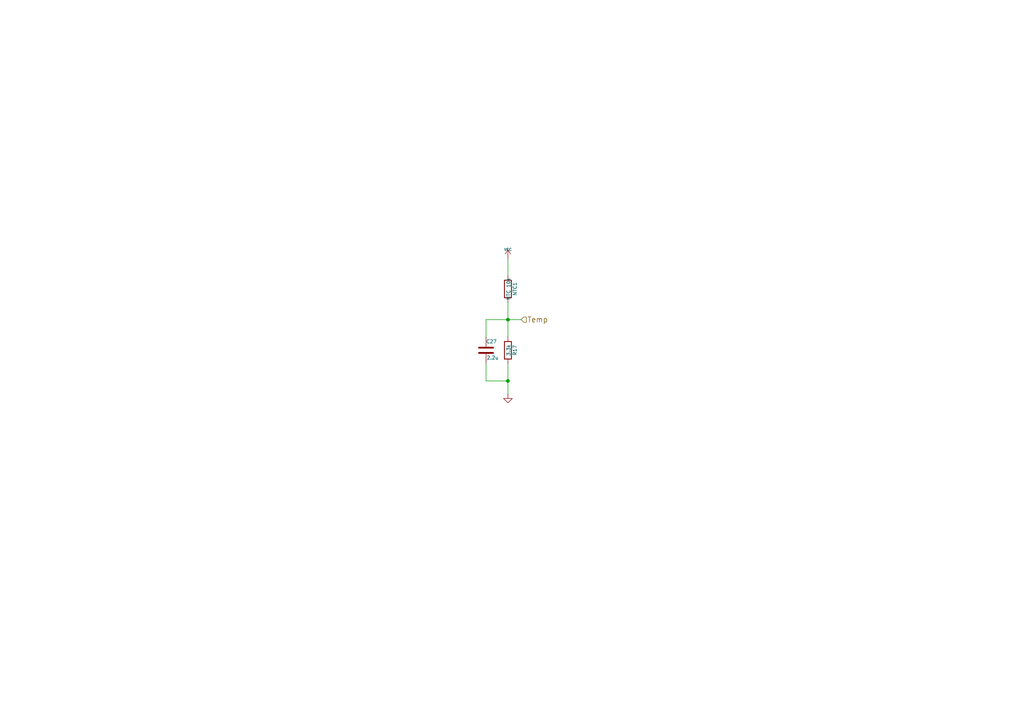
<source format=kicad_sch>
(kicad_sch (version 20211123) (generator eeschema)

  (uuid f37dfb42-d488-4260-9da7-7e1684dee508)

  (paper "A4")

  (title_block
    (title "Simple-VESC")
    (date "2022-01-14")
    (rev "1.1")
  )

  (lib_symbols
    (symbol "Device:C" (pin_numbers hide) (pin_names (offset 0.254)) (in_bom yes) (on_board yes)
      (property "Reference" "C" (id 0) (at 0.635 2.54 0)
        (effects (font (size 1.27 1.27)) (justify left))
      )
      (property "Value" "C" (id 1) (at 0.635 -2.54 0)
        (effects (font (size 1.27 1.27)) (justify left))
      )
      (property "Footprint" "" (id 2) (at 0.9652 -3.81 0)
        (effects (font (size 1.27 1.27)) hide)
      )
      (property "Datasheet" "~" (id 3) (at 0 0 0)
        (effects (font (size 1.27 1.27)) hide)
      )
      (property "ki_keywords" "cap capacitor" (id 4) (at 0 0 0)
        (effects (font (size 1.27 1.27)) hide)
      )
      (property "ki_description" "Unpolarized capacitor" (id 5) (at 0 0 0)
        (effects (font (size 1.27 1.27)) hide)
      )
      (property "ki_fp_filters" "C_*" (id 6) (at 0 0 0)
        (effects (font (size 1.27 1.27)) hide)
      )
      (symbol "C_0_1"
        (polyline
          (pts
            (xy -2.032 -0.762)
            (xy 2.032 -0.762)
          )
          (stroke (width 0.508) (type default) (color 0 0 0 0))
          (fill (type none))
        )
        (polyline
          (pts
            (xy -2.032 0.762)
            (xy 2.032 0.762)
          )
          (stroke (width 0.508) (type default) (color 0 0 0 0))
          (fill (type none))
        )
      )
      (symbol "C_1_1"
        (pin passive line (at 0 3.81 270) (length 2.794)
          (name "~" (effects (font (size 1.27 1.27))))
          (number "1" (effects (font (size 1.27 1.27))))
        )
        (pin passive line (at 0 -3.81 90) (length 2.794)
          (name "~" (effects (font (size 1.27 1.27))))
          (number "2" (effects (font (size 1.27 1.27))))
        )
      )
    )
    (symbol "Device:R" (pin_numbers hide) (pin_names (offset 0)) (in_bom yes) (on_board yes)
      (property "Reference" "R" (id 0) (at 2.032 0 90)
        (effects (font (size 1.27 1.27)))
      )
      (property "Value" "R" (id 1) (at 0 0 90)
        (effects (font (size 1.27 1.27)))
      )
      (property "Footprint" "" (id 2) (at -1.778 0 90)
        (effects (font (size 1.27 1.27)) hide)
      )
      (property "Datasheet" "~" (id 3) (at 0 0 0)
        (effects (font (size 1.27 1.27)) hide)
      )
      (property "ki_keywords" "R res resistor" (id 4) (at 0 0 0)
        (effects (font (size 1.27 1.27)) hide)
      )
      (property "ki_description" "Resistor" (id 5) (at 0 0 0)
        (effects (font (size 1.27 1.27)) hide)
      )
      (property "ki_fp_filters" "R_*" (id 6) (at 0 0 0)
        (effects (font (size 1.27 1.27)) hide)
      )
      (symbol "R_0_1"
        (rectangle (start -1.016 -2.54) (end 1.016 2.54)
          (stroke (width 0.254) (type default) (color 0 0 0 0))
          (fill (type none))
        )
      )
      (symbol "R_1_1"
        (pin passive line (at 0 3.81 270) (length 1.27)
          (name "~" (effects (font (size 1.27 1.27))))
          (number "1" (effects (font (size 1.27 1.27))))
        )
        (pin passive line (at 0 -3.81 90) (length 1.27)
          (name "~" (effects (font (size 1.27 1.27))))
          (number "2" (effects (font (size 1.27 1.27))))
        )
      )
    )
    (symbol "power:GND" (power) (pin_names (offset 0)) (in_bom yes) (on_board yes)
      (property "Reference" "#PWR" (id 0) (at 0 -6.35 0)
        (effects (font (size 1.27 1.27)) hide)
      )
      (property "Value" "GND" (id 1) (at 0 -3.81 0)
        (effects (font (size 1.27 1.27)))
      )
      (property "Footprint" "" (id 2) (at 0 0 0)
        (effects (font (size 1.27 1.27)) hide)
      )
      (property "Datasheet" "" (id 3) (at 0 0 0)
        (effects (font (size 1.27 1.27)) hide)
      )
      (property "ki_keywords" "power-flag" (id 4) (at 0 0 0)
        (effects (font (size 1.27 1.27)) hide)
      )
      (property "ki_description" "Power symbol creates a global label with name \"GND\" , ground" (id 5) (at 0 0 0)
        (effects (font (size 1.27 1.27)) hide)
      )
      (symbol "GND_0_1"
        (polyline
          (pts
            (xy 0 0)
            (xy 0 -1.27)
            (xy 1.27 -1.27)
            (xy 0 -2.54)
            (xy -1.27 -1.27)
            (xy 0 -1.27)
          )
          (stroke (width 0) (type default) (color 0 0 0 0))
          (fill (type none))
        )
      )
      (symbol "GND_1_1"
        (pin power_in line (at 0 0 270) (length 0) hide
          (name "GND" (effects (font (size 1.27 1.27))))
          (number "1" (effects (font (size 1.27 1.27))))
        )
      )
    )
    (symbol "power:VCC" (power) (pin_names (offset 0)) (in_bom yes) (on_board yes)
      (property "Reference" "#PWR" (id 0) (at 0 -3.81 0)
        (effects (font (size 1.27 1.27)) hide)
      )
      (property "Value" "VCC" (id 1) (at 0 3.81 0)
        (effects (font (size 1.27 1.27)))
      )
      (property "Footprint" "" (id 2) (at 0 0 0)
        (effects (font (size 1.27 1.27)) hide)
      )
      (property "Datasheet" "" (id 3) (at 0 0 0)
        (effects (font (size 1.27 1.27)) hide)
      )
      (property "ki_keywords" "power-flag" (id 4) (at 0 0 0)
        (effects (font (size 1.27 1.27)) hide)
      )
      (property "ki_description" "Power symbol creates a global label with name \"VCC\"" (id 5) (at 0 0 0)
        (effects (font (size 1.27 1.27)) hide)
      )
      (symbol "VCC_0_1"
        (polyline
          (pts
            (xy -0.762 1.27)
            (xy 0 2.54)
          )
          (stroke (width 0) (type default) (color 0 0 0 0))
          (fill (type none))
        )
        (polyline
          (pts
            (xy 0 0)
            (xy 0 2.54)
          )
          (stroke (width 0) (type default) (color 0 0 0 0))
          (fill (type none))
        )
        (polyline
          (pts
            (xy 0 2.54)
            (xy 0.762 1.27)
          )
          (stroke (width 0) (type default) (color 0 0 0 0))
          (fill (type none))
        )
      )
      (symbol "VCC_1_1"
        (pin power_in line (at 0 0 90) (length 0) hide
          (name "VCC" (effects (font (size 1.27 1.27))))
          (number "1" (effects (font (size 1.27 1.27))))
        )
      )
    )
  )

  (junction (at 147.32 92.71) (diameter 0) (color 0 0 0 0)
    (uuid 64254b74-2654-44b4-a023-b679bc82dd34)
  )
  (junction (at 147.32 110.49) (diameter 0) (color 0 0 0 0)
    (uuid 8a5eb7c2-e3f6-4ba6-8053-73278c13e353)
  )

  (wire (pts (xy 140.97 110.49) (xy 147.32 110.49))
    (stroke (width 0) (type default) (color 0 0 0 0))
    (uuid 0704e1a2-83b7-43e6-958e-c893528ae290)
  )
  (wire (pts (xy 147.32 110.49) (xy 147.32 114.3))
    (stroke (width 0) (type default) (color 0 0 0 0))
    (uuid 0a8f9f8e-b8aa-47fb-bca4-5fb7ab7d22cd)
  )
  (wire (pts (xy 140.97 105.41) (xy 140.97 110.49))
    (stroke (width 0) (type default) (color 0 0 0 0))
    (uuid 1743b2d7-874e-4f96-8ba3-45bb2de11012)
  )
  (wire (pts (xy 140.97 92.71) (xy 140.97 97.79))
    (stroke (width 0) (type default) (color 0 0 0 0))
    (uuid 540649f4-72fb-45af-b3cb-4e466d273e7d)
  )
  (wire (pts (xy 147.32 87.63) (xy 147.32 92.71))
    (stroke (width 0) (type default) (color 0 0 0 0))
    (uuid 7403fac0-90d0-4bce-bcc3-784cafc0f5fc)
  )
  (wire (pts (xy 147.32 74.93) (xy 147.32 80.01))
    (stroke (width 0) (type default) (color 0 0 0 0))
    (uuid b1a991f5-a5da-4df4-8b32-f801c9548bf8)
  )
  (wire (pts (xy 140.97 92.71) (xy 147.32 92.71))
    (stroke (width 0) (type default) (color 0 0 0 0))
    (uuid c0e3195e-ceb7-4537-a32a-0c8a9eed0b9f)
  )
  (wire (pts (xy 147.32 92.71) (xy 147.32 97.79))
    (stroke (width 0) (type default) (color 0 0 0 0))
    (uuid c2e96cff-e8a0-4106-9b23-59d660e1e4e6)
  )
  (wire (pts (xy 147.32 105.41) (xy 147.32 110.49))
    (stroke (width 0) (type default) (color 0 0 0 0))
    (uuid d9d558e9-fb6a-4727-90a1-15b062b1c971)
  )
  (wire (pts (xy 147.32 92.71) (xy 151.13 92.71))
    (stroke (width 0) (type default) (color 0 0 0 0))
    (uuid fbc9d5a9-1006-4f5d-9827-1c98100d27d1)
  )

  (hierarchical_label "Temp" (shape input) (at 151.13 92.71 0)
    (effects (font (size 1.524 1.524)) (justify left))
    (uuid e0f98150-a309-4bcd-ba7a-0993572e3380)
  )

  (symbol (lib_id "Device:R") (at 147.32 83.82 0) (unit 1)
    (in_bom yes) (on_board yes)
    (uuid 00000000-0000-0000-0000-00005426da2f)
    (property "Reference" "NTC1" (id 0) (at 149.352 83.82 90)
      (effects (font (size 1.016 1.016)))
    )
    (property "Value" "NTC 10k" (id 1) (at 147.4978 83.7946 90)
      (effects (font (size 1.016 1.016)))
    )
    (property "Footprint" "Resistor_SMD:R_0402_1005Metric" (id 2) (at 145.542 83.82 90)
      (effects (font (size 1.27 1.27)) hide)
    )
    (property "Datasheet" "~" (id 3) (at 147.32 83.82 0)
      (effects (font (size 1.27 1.27)) hide)
    )
    (pin "1" (uuid 1615c391-b96e-4b85-972d-58013e67447a))
    (pin "2" (uuid 9ff705a4-50a8-4b78-9205-daf304c68553))
  )

  (symbol (lib_id "Device:R") (at 147.32 101.6 0) (unit 1)
    (in_bom yes) (on_board yes)
    (uuid 00000000-0000-0000-0000-00005426daa6)
    (property "Reference" "R17" (id 0) (at 149.352 101.6 90)
      (effects (font (size 1.016 1.016)))
    )
    (property "Value" "3.3k" (id 1) (at 147.4978 101.5746 90)
      (effects (font (size 1.016 1.016)))
    )
    (property "Footprint" "Resistor_SMD:R_0402_1005Metric" (id 2) (at 145.542 101.6 90)
      (effects (font (size 1.27 1.27)) hide)
    )
    (property "Datasheet" "~" (id 3) (at 147.32 101.6 0)
      (effects (font (size 1.27 1.27)) hide)
    )
    (pin "1" (uuid ca08118c-9e86-4db3-8020-9c46c3b6a5b7))
    (pin "2" (uuid b19e03ae-cc70-445f-8710-c1172d9eade0))
  )

  (symbol (lib_id "Device:C") (at 140.97 101.6 0) (unit 1)
    (in_bom yes) (on_board yes)
    (uuid 00000000-0000-0000-0000-00005426dadd)
    (property "Reference" "C27" (id 0) (at 140.97 99.06 0)
      (effects (font (size 1.016 1.016)) (justify left))
    )
    (property "Value" "2.2u" (id 1) (at 141.1224 103.759 0)
      (effects (font (size 1.016 1.016)) (justify left))
    )
    (property "Footprint" "Capacitor_SMD:C_0402_1005Metric" (id 2) (at 141.9352 105.41 0)
      (effects (font (size 1.27 1.27)) hide)
    )
    (property "Datasheet" "~" (id 3) (at 140.97 101.6 0)
      (effects (font (size 1.27 1.27)) hide)
    )
    (pin "1" (uuid 73d4bf19-1349-417a-9d83-d4fc894e780c))
    (pin "2" (uuid 73d094f4-7b6a-496a-9d99-140d55aa6cbd))
  )

  (symbol (lib_id "power:VCC") (at 147.32 74.93 0) (unit 1)
    (in_bom yes) (on_board yes)
    (uuid 00000000-0000-0000-0000-00005426db11)
    (property "Reference" "#PWR042" (id 0) (at 147.32 72.39 0)
      (effects (font (size 0.762 0.762)) hide)
    )
    (property "Value" "VCC" (id 1) (at 147.32 72.39 0)
      (effects (font (size 0.762 0.762)))
    )
    (property "Footprint" "" (id 2) (at 147.32 74.93 0)
      (effects (font (size 1.524 1.524)))
    )
    (property "Datasheet" "" (id 3) (at 147.32 74.93 0)
      (effects (font (size 1.524 1.524)))
    )
    (pin "1" (uuid 8246559e-5c49-4e25-8c67-a9dc6239b938))
  )

  (symbol (lib_id "power:GND") (at 147.32 114.3 0) (unit 1)
    (in_bom yes) (on_board yes)
    (uuid 00000000-0000-0000-0000-00005426db25)
    (property "Reference" "#PWR043" (id 0) (at 147.32 114.3 0)
      (effects (font (size 0.762 0.762)) hide)
    )
    (property "Value" "GND" (id 1) (at 147.32 116.078 0)
      (effects (font (size 0.762 0.762)) hide)
    )
    (property "Footprint" "" (id 2) (at 147.32 114.3 0)
      (effects (font (size 1.27 1.27)) hide)
    )
    (property "Datasheet" "" (id 3) (at 147.32 114.3 0)
      (effects (font (size 1.27 1.27)) hide)
    )
    (pin "1" (uuid f1844eda-d5fc-42f0-829f-b7211d186583))
  )
)

</source>
